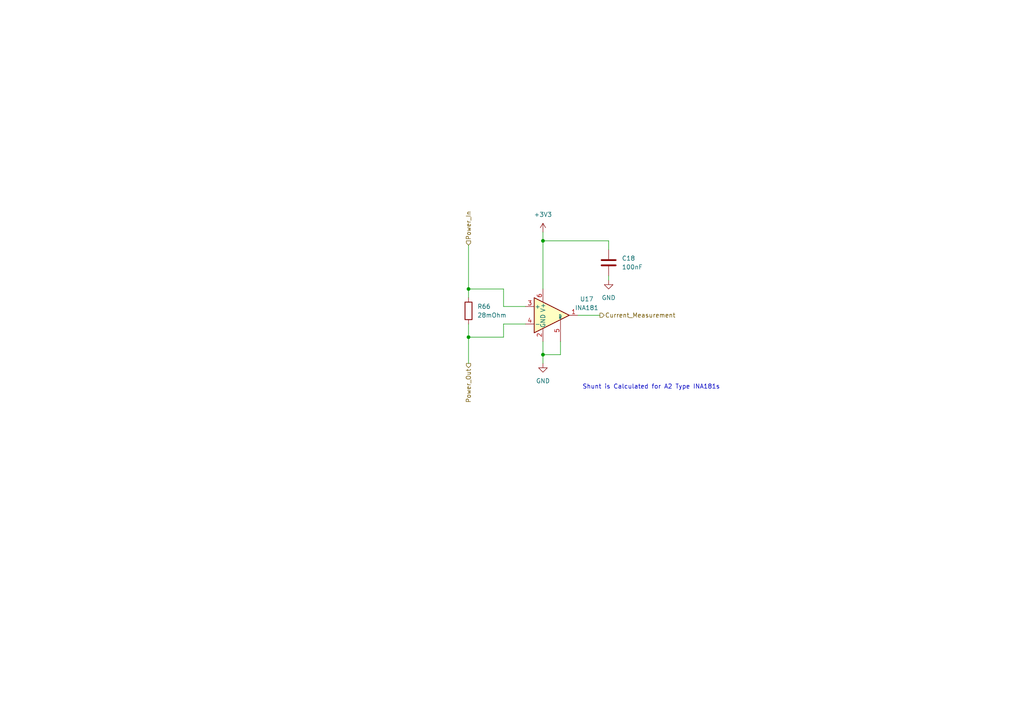
<source format=kicad_sch>
(kicad_sch (version 20211123) (generator eeschema)

  (uuid aa4bcca1-6718-413c-b06c-5c8c37efd8ba)

  (paper "A4")

  (lib_symbols
    (symbol "Amplifier_Current:INA181" (pin_names (offset 0.127)) (in_bom yes) (on_board yes)
      (property "Reference" "U" (id 0) (at 3.81 3.81 0)
        (effects (font (size 1.27 1.27)) (justify left))
      )
      (property "Value" "INA181" (id 1) (at 3.81 -2.54 0)
        (effects (font (size 1.27 1.27)) (justify left))
      )
      (property "Footprint" "Package_TO_SOT_SMD:SOT-23-6" (id 2) (at 1.27 1.27 0)
        (effects (font (size 1.27 1.27)) hide)
      )
      (property "Datasheet" "http://www.ti.com/lit/ds/symlink/ina181.pdf" (id 3) (at 3.81 3.81 0)
        (effects (font (size 1.27 1.27)) hide)
      )
      (property "ki_keywords" "current monitor shunt sensor bidirectional" (id 4) (at 0 0 0)
        (effects (font (size 1.27 1.27)) hide)
      )
      (property "ki_description" "Bidirectional, Low- and High-Side Voltage Output, Current-Sense Amplifier, SOT-23-6" (id 5) (at 0 0 0)
        (effects (font (size 1.27 1.27)) hide)
      )
      (property "ki_fp_filters" "SOT?23*" (id 6) (at 0 0 0)
        (effects (font (size 1.27 1.27)) hide)
      )
      (symbol "INA181_0_1"
        (polyline
          (pts
            (xy 5.08 0)
            (xy -5.08 5.08)
            (xy -5.08 -5.08)
            (xy 5.08 0)
          )
          (stroke (width 0.254) (type default) (color 0 0 0 0))
          (fill (type background))
        )
      )
      (symbol "INA181_1_1"
        (pin output line (at 7.62 0 180) (length 2.54)
          (name "~" (effects (font (size 1.27 1.27))))
          (number "1" (effects (font (size 1.27 1.27))))
        )
        (pin power_in line (at -2.54 -7.62 90) (length 3.81)
          (name "GND" (effects (font (size 1.27 1.27))))
          (number "2" (effects (font (size 1.27 1.27))))
        )
        (pin input line (at -7.62 2.54 0) (length 2.54)
          (name "+" (effects (font (size 1.27 1.27))))
          (number "3" (effects (font (size 1.27 1.27))))
        )
        (pin input line (at -7.62 -2.54 0) (length 2.54)
          (name "-" (effects (font (size 1.27 1.27))))
          (number "4" (effects (font (size 1.27 1.27))))
        )
        (pin input line (at 2.54 -7.62 90) (length 6.35)
          (name "REF" (effects (font (size 0.508 0.508))))
          (number "5" (effects (font (size 1.27 1.27))))
        )
        (pin power_in line (at -2.54 7.62 270) (length 3.81)
          (name "V+" (effects (font (size 1.27 1.27))))
          (number "6" (effects (font (size 1.27 1.27))))
        )
      )
    )
    (symbol "Device:C" (pin_numbers hide) (pin_names (offset 0.254)) (in_bom yes) (on_board yes)
      (property "Reference" "C" (id 0) (at 0.635 2.54 0)
        (effects (font (size 1.27 1.27)) (justify left))
      )
      (property "Value" "C" (id 1) (at 0.635 -2.54 0)
        (effects (font (size 1.27 1.27)) (justify left))
      )
      (property "Footprint" "" (id 2) (at 0.9652 -3.81 0)
        (effects (font (size 1.27 1.27)) hide)
      )
      (property "Datasheet" "~" (id 3) (at 0 0 0)
        (effects (font (size 1.27 1.27)) hide)
      )
      (property "ki_keywords" "cap capacitor" (id 4) (at 0 0 0)
        (effects (font (size 1.27 1.27)) hide)
      )
      (property "ki_description" "Unpolarized capacitor" (id 5) (at 0 0 0)
        (effects (font (size 1.27 1.27)) hide)
      )
      (property "ki_fp_filters" "C_*" (id 6) (at 0 0 0)
        (effects (font (size 1.27 1.27)) hide)
      )
      (symbol "C_0_1"
        (polyline
          (pts
            (xy -2.032 -0.762)
            (xy 2.032 -0.762)
          )
          (stroke (width 0.508) (type default) (color 0 0 0 0))
          (fill (type none))
        )
        (polyline
          (pts
            (xy -2.032 0.762)
            (xy 2.032 0.762)
          )
          (stroke (width 0.508) (type default) (color 0 0 0 0))
          (fill (type none))
        )
      )
      (symbol "C_1_1"
        (pin passive line (at 0 3.81 270) (length 2.794)
          (name "~" (effects (font (size 1.27 1.27))))
          (number "1" (effects (font (size 1.27 1.27))))
        )
        (pin passive line (at 0 -3.81 90) (length 2.794)
          (name "~" (effects (font (size 1.27 1.27))))
          (number "2" (effects (font (size 1.27 1.27))))
        )
      )
    )
    (symbol "Device:R" (pin_numbers hide) (pin_names (offset 0)) (in_bom yes) (on_board yes)
      (property "Reference" "R" (id 0) (at 2.032 0 90)
        (effects (font (size 1.27 1.27)))
      )
      (property "Value" "R" (id 1) (at 0 0 90)
        (effects (font (size 1.27 1.27)))
      )
      (property "Footprint" "" (id 2) (at -1.778 0 90)
        (effects (font (size 1.27 1.27)) hide)
      )
      (property "Datasheet" "~" (id 3) (at 0 0 0)
        (effects (font (size 1.27 1.27)) hide)
      )
      (property "ki_keywords" "R res resistor" (id 4) (at 0 0 0)
        (effects (font (size 1.27 1.27)) hide)
      )
      (property "ki_description" "Resistor" (id 5) (at 0 0 0)
        (effects (font (size 1.27 1.27)) hide)
      )
      (property "ki_fp_filters" "R_*" (id 6) (at 0 0 0)
        (effects (font (size 1.27 1.27)) hide)
      )
      (symbol "R_0_1"
        (rectangle (start -1.016 -2.54) (end 1.016 2.54)
          (stroke (width 0.254) (type default) (color 0 0 0 0))
          (fill (type none))
        )
      )
      (symbol "R_1_1"
        (pin passive line (at 0 3.81 270) (length 1.27)
          (name "~" (effects (font (size 1.27 1.27))))
          (number "1" (effects (font (size 1.27 1.27))))
        )
        (pin passive line (at 0 -3.81 90) (length 1.27)
          (name "~" (effects (font (size 1.27 1.27))))
          (number "2" (effects (font (size 1.27 1.27))))
        )
      )
    )
    (symbol "power:+3V3" (power) (pin_names (offset 0)) (in_bom yes) (on_board yes)
      (property "Reference" "#PWR" (id 0) (at 0 -3.81 0)
        (effects (font (size 1.27 1.27)) hide)
      )
      (property "Value" "+3V3" (id 1) (at 0 3.556 0)
        (effects (font (size 1.27 1.27)))
      )
      (property "Footprint" "" (id 2) (at 0 0 0)
        (effects (font (size 1.27 1.27)) hide)
      )
      (property "Datasheet" "" (id 3) (at 0 0 0)
        (effects (font (size 1.27 1.27)) hide)
      )
      (property "ki_keywords" "power-flag" (id 4) (at 0 0 0)
        (effects (font (size 1.27 1.27)) hide)
      )
      (property "ki_description" "Power symbol creates a global label with name \"+3V3\"" (id 5) (at 0 0 0)
        (effects (font (size 1.27 1.27)) hide)
      )
      (symbol "+3V3_0_1"
        (polyline
          (pts
            (xy -0.762 1.27)
            (xy 0 2.54)
          )
          (stroke (width 0) (type default) (color 0 0 0 0))
          (fill (type none))
        )
        (polyline
          (pts
            (xy 0 0)
            (xy 0 2.54)
          )
          (stroke (width 0) (type default) (color 0 0 0 0))
          (fill (type none))
        )
        (polyline
          (pts
            (xy 0 2.54)
            (xy 0.762 1.27)
          )
          (stroke (width 0) (type default) (color 0 0 0 0))
          (fill (type none))
        )
      )
      (symbol "+3V3_1_1"
        (pin power_in line (at 0 0 90) (length 0) hide
          (name "+3V3" (effects (font (size 1.27 1.27))))
          (number "1" (effects (font (size 1.27 1.27))))
        )
      )
    )
    (symbol "power:GND" (power) (pin_names (offset 0)) (in_bom yes) (on_board yes)
      (property "Reference" "#PWR" (id 0) (at 0 -6.35 0)
        (effects (font (size 1.27 1.27)) hide)
      )
      (property "Value" "GND" (id 1) (at 0 -3.81 0)
        (effects (font (size 1.27 1.27)))
      )
      (property "Footprint" "" (id 2) (at 0 0 0)
        (effects (font (size 1.27 1.27)) hide)
      )
      (property "Datasheet" "" (id 3) (at 0 0 0)
        (effects (font (size 1.27 1.27)) hide)
      )
      (property "ki_keywords" "power-flag" (id 4) (at 0 0 0)
        (effects (font (size 1.27 1.27)) hide)
      )
      (property "ki_description" "Power symbol creates a global label with name \"GND\" , ground" (id 5) (at 0 0 0)
        (effects (font (size 1.27 1.27)) hide)
      )
      (symbol "GND_0_1"
        (polyline
          (pts
            (xy 0 0)
            (xy 0 -1.27)
            (xy 1.27 -1.27)
            (xy 0 -2.54)
            (xy -1.27 -1.27)
            (xy 0 -1.27)
          )
          (stroke (width 0) (type default) (color 0 0 0 0))
          (fill (type none))
        )
      )
      (symbol "GND_1_1"
        (pin power_in line (at 0 0 270) (length 0) hide
          (name "GND" (effects (font (size 1.27 1.27))))
          (number "1" (effects (font (size 1.27 1.27))))
        )
      )
    )
  )

  (junction (at 157.48 102.87) (diameter 0) (color 0 0 0 0)
    (uuid c1f46f4b-4e7b-4293-870f-de43ea3573b6)
  )
  (junction (at 135.89 97.79) (diameter 0) (color 0 0 0 0)
    (uuid d5156630-df9e-4aff-a19b-340e35ef31c4)
  )
  (junction (at 157.48 69.85) (diameter 0) (color 0 0 0 0)
    (uuid daa9575e-4939-46ce-8533-cbce9dbfb2a5)
  )
  (junction (at 135.89 83.82) (diameter 0) (color 0 0 0 0)
    (uuid fd1c3fb8-3814-4b14-b739-8590749138a8)
  )

  (wire (pts (xy 157.48 69.85) (xy 157.48 83.82))
    (stroke (width 0) (type default) (color 0 0 0 0))
    (uuid 058dbf35-2292-4031-8816-65f04be025f4)
  )
  (wire (pts (xy 135.89 83.82) (xy 135.89 86.36))
    (stroke (width 0) (type default) (color 0 0 0 0))
    (uuid 0d7d9a60-5371-4d72-8c2d-87d2fa53c322)
  )
  (wire (pts (xy 135.89 97.79) (xy 135.89 105.41))
    (stroke (width 0) (type default) (color 0 0 0 0))
    (uuid 1afbf098-e7a6-40ec-b8ef-3d32543874cc)
  )
  (wire (pts (xy 135.89 93.98) (xy 135.89 97.79))
    (stroke (width 0) (type default) (color 0 0 0 0))
    (uuid 2c6c0dc7-54cf-453a-b813-116c98fea402)
  )
  (wire (pts (xy 157.48 69.85) (xy 176.53 69.85))
    (stroke (width 0) (type default) (color 0 0 0 0))
    (uuid 52a94bcf-ca96-45e7-9e37-3399a8981d17)
  )
  (wire (pts (xy 157.48 99.06) (xy 157.48 102.87))
    (stroke (width 0) (type default) (color 0 0 0 0))
    (uuid 66d24890-8301-4910-81e2-98ad073d792d)
  )
  (wire (pts (xy 146.05 97.79) (xy 146.05 93.98))
    (stroke (width 0) (type default) (color 0 0 0 0))
    (uuid 7360f5ca-0014-4ee7-ae4c-2fcf39018017)
  )
  (wire (pts (xy 157.48 102.87) (xy 162.56 102.87))
    (stroke (width 0) (type default) (color 0 0 0 0))
    (uuid 9ae51eec-aef2-48d2-85fc-6443ca4a315f)
  )
  (wire (pts (xy 146.05 93.98) (xy 152.4 93.98))
    (stroke (width 0) (type default) (color 0 0 0 0))
    (uuid 9aec27ec-68d8-43e3-8e8e-ad59b00a8efe)
  )
  (wire (pts (xy 167.64 91.44) (xy 173.99 91.44))
    (stroke (width 0) (type default) (color 0 0 0 0))
    (uuid a2348d4d-8e06-470a-8acc-ecad6706be13)
  )
  (wire (pts (xy 157.48 102.87) (xy 157.48 105.41))
    (stroke (width 0) (type default) (color 0 0 0 0))
    (uuid b06f8778-01f9-42e7-9cb4-71771ffa8df4)
  )
  (wire (pts (xy 135.89 71.12) (xy 135.89 83.82))
    (stroke (width 0) (type default) (color 0 0 0 0))
    (uuid b13bd753-9322-4bd3-9099-48c3546a62cb)
  )
  (wire (pts (xy 146.05 83.82) (xy 135.89 83.82))
    (stroke (width 0) (type default) (color 0 0 0 0))
    (uuid b56f78c0-0634-40a8-bb54-32d50593795b)
  )
  (wire (pts (xy 146.05 88.9) (xy 146.05 83.82))
    (stroke (width 0) (type default) (color 0 0 0 0))
    (uuid dcefd4b7-d2ce-4379-86b1-d69bc1cb8e89)
  )
  (wire (pts (xy 176.53 80.01) (xy 176.53 81.28))
    (stroke (width 0) (type default) (color 0 0 0 0))
    (uuid ddb346b1-ae42-4173-a1eb-edd7885ce038)
  )
  (wire (pts (xy 162.56 102.87) (xy 162.56 99.06))
    (stroke (width 0) (type default) (color 0 0 0 0))
    (uuid df78576d-79d2-4f89-95a2-cd1a3b7f5dd4)
  )
  (wire (pts (xy 176.53 69.85) (xy 176.53 72.39))
    (stroke (width 0) (type default) (color 0 0 0 0))
    (uuid e5e3ebaf-d47f-4298-b75f-dea9a29cbdbf)
  )
  (wire (pts (xy 135.89 97.79) (xy 146.05 97.79))
    (stroke (width 0) (type default) (color 0 0 0 0))
    (uuid e70c7063-620d-4114-b345-4a4f85362e20)
  )
  (wire (pts (xy 152.4 88.9) (xy 146.05 88.9))
    (stroke (width 0) (type default) (color 0 0 0 0))
    (uuid f3fe8a98-f76b-4dc7-8c53-95ad7dcfea43)
  )
  (wire (pts (xy 157.48 67.31) (xy 157.48 69.85))
    (stroke (width 0) (type default) (color 0 0 0 0))
    (uuid f763b13c-eb74-4e89-bd05-c0a27b7c339a)
  )

  (text "Shunt is Calculated for A2 Type INA181s" (at 168.91 113.03 0)
    (effects (font (size 1.27 1.27)) (justify left bottom))
    (uuid 36c8e47c-a9c3-439f-a4b6-9b33a07b411a)
  )

  (hierarchical_label "Current_Measurement" (shape output) (at 173.99 91.44 0)
    (effects (font (size 1.27 1.27)) (justify left))
    (uuid 4693123c-e02f-4082-a294-675a6c0a3972)
  )
  (hierarchical_label "Power_Out" (shape output) (at 135.89 105.41 270)
    (effects (font (size 1.27 1.27)) (justify right))
    (uuid 5a5075e2-690a-44f1-b904-4d1e5f8bdf68)
  )
  (hierarchical_label "Power_In" (shape input) (at 135.89 71.12 90)
    (effects (font (size 1.27 1.27)) (justify left))
    (uuid b4f6cc80-8c3a-46aa-95a1-72ae3a4a1546)
  )

  (symbol (lib_id "power:+3V3") (at 157.48 67.31 0)
    (in_bom yes) (on_board yes) (fields_autoplaced)
    (uuid 216c4a2d-8fb7-4e97-8050-7710d3bb0351)
    (property "Reference" "#PWR072" (id 0) (at 157.48 71.12 0)
      (effects (font (size 1.27 1.27)) hide)
    )
    (property "Value" "+3V3" (id 1) (at 157.48 62.23 0))
    (property "Footprint" "" (id 2) (at 157.48 67.31 0)
      (effects (font (size 1.27 1.27)) hide)
    )
    (property "Datasheet" "" (id 3) (at 157.48 67.31 0)
      (effects (font (size 1.27 1.27)) hide)
    )
    (pin "1" (uuid ea10763b-51c3-4cb8-8064-8f1cdd52d0a9))
  )

  (symbol (lib_id "Device:C") (at 176.53 76.2 0)
    (in_bom yes) (on_board yes) (fields_autoplaced)
    (uuid 406547c9-4d83-4bb3-820d-c8c414adbbd4)
    (property "Reference" "C18" (id 0) (at 180.34 74.9299 0)
      (effects (font (size 1.27 1.27)) (justify left))
    )
    (property "Value" "100nF" (id 1) (at 180.34 77.4699 0)
      (effects (font (size 1.27 1.27)) (justify left))
    )
    (property "Footprint" "Capacitor_SMD:C_0603_1608Metric" (id 2) (at 177.4952 80.01 0)
      (effects (font (size 1.27 1.27)) hide)
    )
    (property "Datasheet" "~" (id 3) (at 176.53 76.2 0)
      (effects (font (size 1.27 1.27)) hide)
    )
    (pin "1" (uuid 4e4c170a-b1ba-4e9e-8e48-fa964ffb1ee1))
    (pin "2" (uuid 0bc09f18-9d46-4bbc-b0ee-4cd4859b1b56))
  )

  (symbol (lib_id "power:GND") (at 176.53 81.28 0)
    (in_bom yes) (on_board yes) (fields_autoplaced)
    (uuid 54083df5-af32-4e40-b6d8-afdcee561205)
    (property "Reference" "#PWR074" (id 0) (at 176.53 87.63 0)
      (effects (font (size 1.27 1.27)) hide)
    )
    (property "Value" "GND" (id 1) (at 176.53 86.36 0))
    (property "Footprint" "" (id 2) (at 176.53 81.28 0)
      (effects (font (size 1.27 1.27)) hide)
    )
    (property "Datasheet" "" (id 3) (at 176.53 81.28 0)
      (effects (font (size 1.27 1.27)) hide)
    )
    (pin "1" (uuid 1b2557b6-ae9f-4c67-8cf2-936022fb9d5c))
  )

  (symbol (lib_id "Device:R") (at 135.89 90.17 0)
    (in_bom yes) (on_board yes) (fields_autoplaced)
    (uuid 6c079a6f-7acc-496b-bfcb-2c181b2ec77d)
    (property "Reference" "R66" (id 0) (at 138.43 88.8999 0)
      (effects (font (size 1.27 1.27)) (justify left))
    )
    (property "Value" "28mOhm" (id 1) (at 138.43 91.4399 0)
      (effects (font (size 1.27 1.27)) (justify left))
    )
    (property "Footprint" "Resistor_SMD:R_2512_6332Metric" (id 2) (at 134.112 90.17 90)
      (effects (font (size 1.27 1.27)) hide)
    )
    (property "Datasheet" "~" (id 3) (at 135.89 90.17 0)
      (effects (font (size 1.27 1.27)) hide)
    )
    (pin "1" (uuid 6692d565-520c-4732-a66b-8e45cf3d1bce))
    (pin "2" (uuid cd4561fa-88b5-444c-a06f-9d49a1186155))
  )

  (symbol (lib_id "Amplifier_Current:INA181") (at 160.02 91.44 0)
    (in_bom yes) (on_board yes) (fields_autoplaced)
    (uuid 842f9322-de18-4df1-9acc-108a88358bc8)
    (property "Reference" "U17" (id 0) (at 170.18 86.741 0))
    (property "Value" "INA181" (id 1) (at 170.18 89.281 0))
    (property "Footprint" "Package_TO_SOT_SMD:SOT-23-6" (id 2) (at 161.29 90.17 0)
      (effects (font (size 1.27 1.27)) hide)
    )
    (property "Datasheet" "http://www.ti.com/lit/ds/symlink/ina181.pdf" (id 3) (at 163.83 87.63 0)
      (effects (font (size 1.27 1.27)) hide)
    )
    (pin "1" (uuid 6549ddd0-d16c-4e02-a2aa-5ab9a51ea18c))
    (pin "2" (uuid 4de3fdae-d260-4679-8a12-718c2f1485e3))
    (pin "3" (uuid 539814c7-331a-4d6e-ae50-9d25c4bc02d9))
    (pin "4" (uuid 8de12a4d-b0c6-42d6-b24c-d2e7e75c83f8))
    (pin "5" (uuid 09547242-3157-425b-bd3d-2026058f4f72))
    (pin "6" (uuid 7ea5df38-e382-45a4-b683-64e7b33bed78))
  )

  (symbol (lib_id "power:GND") (at 157.48 105.41 0)
    (in_bom yes) (on_board yes) (fields_autoplaced)
    (uuid c98e2bb1-df84-4d72-b6bc-e6f32607838e)
    (property "Reference" "#PWR073" (id 0) (at 157.48 111.76 0)
      (effects (font (size 1.27 1.27)) hide)
    )
    (property "Value" "GND" (id 1) (at 157.48 110.49 0))
    (property "Footprint" "" (id 2) (at 157.48 105.41 0)
      (effects (font (size 1.27 1.27)) hide)
    )
    (property "Datasheet" "" (id 3) (at 157.48 105.41 0)
      (effects (font (size 1.27 1.27)) hide)
    )
    (pin "1" (uuid 21b4348d-ed3e-415f-9518-2c1aa9883661))
  )
)

</source>
